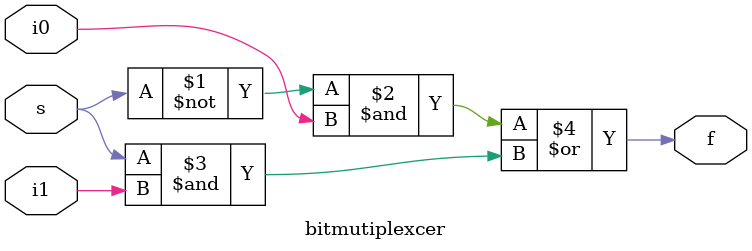
<source format=v>
module bitmutiplexcer(input s,i0,i1,output f);
    assign f=(~s&i0)|(s&i1);
endmodule
</source>
